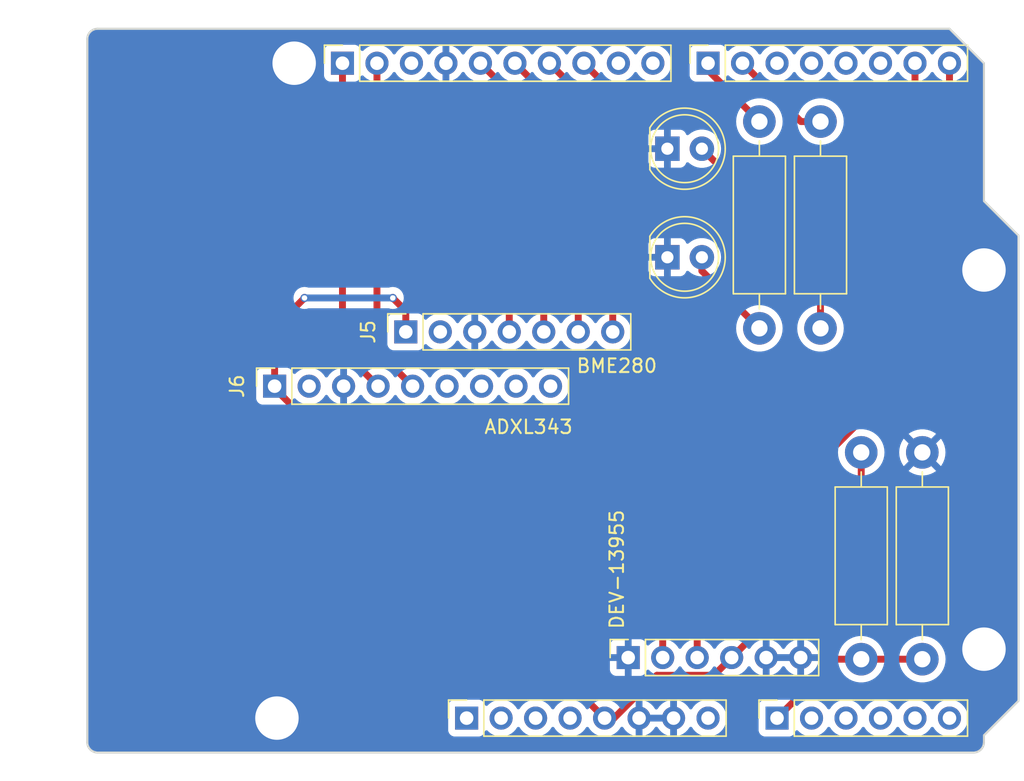
<source format=kicad_pcb>
(kicad_pcb (version 20240108) (generator "pcbnew") (generator_version "8.0")
  (title_block (date "mar. 31 mars 2015"))
  (layers (0 "F.Cu" signal) (31 "B.Cu" signal) (34 "B.Paste" user) (35 "F.Paste" user) (36 "B.SilkS" user "B.Silkscreen") (37 "F.SilkS" user "F.Silkscreen") (38 "B.Mask" user) (39 "F.Mask" user) (44 "Edge.Cuts" user))
  (net 0 "")
  (net 1 "GND")
  (net 3 "+5V")
  (net 4 "/IOREF")
  (net 5 "/A0")
  (net 6 "/A1")
  (net 7 "/A2")
  (net 8 "/A3")
  (net 11 "Net-(D1-A)")
  (net 12 "Net-(D2-A)")
  (net 13 "/AREF")
  (net 14 "/8")
  (net 15 "/SPI_SDI")
  (net 16 "/I2C_SCL")
  (net 17 "/SPI_SDO")
  (net 18 "/*9")
  (net 19 "/4")
  (net 20 "/2")
  (net 21 "/SPI_SCK")
  (net 22 "/*5")
  (net 23 "/TX{slash}1")
  (net 24 "/*3")
  (net 25 "/RX{slash}0")
  (net 26 "+3V3")
  (net 27 "VCC")
  (net 28 "/~{RESET}")
  (net 29 "/SPI_CS")
  (net 30 "/I2C_SDA")
  (net 31 "/RED_LED")
  (net 32 "/GREEN_LED")
  (footprint "Connector_PinSocket_2.54mm:PinSocket_1x08_P2.54mm_Vertical" (layer "F.Cu") (at 127.94 97.46 90)
    (property "Reference" "J1" (hide yes))
    (property "Value" "Power")
    (fp_line (start 1.33 -1.33) (end 1.33 0) (stroke (width 0.12)) (layer "F.SilkS"))
    (fp_line (start 0 -1.33) (end 1.33 -1.33) (stroke (width 0.12)) (layer "F.SilkS"))
    (fp_line (start 1.33 1.27) (end 1.33 19.11) (stroke (width 0.12)) (layer "F.SilkS"))
    (fp_line (start -1.33 1.27) (end 1.33 1.27) (stroke (width 0.12)) (layer "F.SilkS"))
    (fp_line (start -1.33 1.27) (end -1.33 19.11) (stroke (width 0.12)) (layer "F.SilkS"))
    (fp_line (start -1.33 19.11) (end 1.33 19.11) (stroke (width 0.12)) (layer "F.SilkS"))
    (pad "1" thru_hole rect (at 0 0 90) (size 1.7 1.7) (drill 1) (layers "*.Cu" "*.Mask"))
    (pad "2" thru_hole oval (at 0 2.54 90) (size 1.7 1.7) (drill 1) (layers "*.Cu" "*.Mask") (net 4 "/IOREF"))
    (pad "3" thru_hole oval (at 0 5.08 90) (size 1.7 1.7) (drill 1) (layers "*.Cu" "*.Mask") (net 28 "/~{RESET}"))
    (pad "4" thru_hole oval (at 0 7.62 90) (size 1.7 1.7) (drill 1) (layers "*.Cu" "*.Mask") (net 26 "+3V3"))
    (pad "5" thru_hole oval (at 0 10.16 90) (size 1.7 1.7) (drill 1) (layers "*.Cu" "*.Mask") (net 3 "+5V"))
    (pad "6" thru_hole oval (at 0 12.7 90) (size 1.7 1.7) (drill 1) (layers "*.Cu" "*.Mask") (net 1 "GND"))
    (pad "7" thru_hole oval (at 0 15.24 90) (size 1.7 1.7) (drill 1) (layers "*.Cu" "*.Mask") (net 1 "GND"))
    (pad "8" thru_hole oval (at 0 17.78 90) (size 1.7 1.7) (drill 1) (layers "*.Cu" "*.Mask") (net 27 "VCC"))
  )
  (footprint "Connector_PinSocket_2.54mm:PinSocket_1x06_P2.54mm_Vertical" (layer "F.Cu") (at 150.8 97.46 90)
    (property "Reference" "J3" (hide yes))
    (property "Value" "Analog")
    (fp_line (start 1.33 -1.33) (end 1.33 0) (stroke (width 0.12)) (layer "F.SilkS"))
    (fp_line (start 0 -1.33) (end 1.33 -1.33) (stroke (width 0.12)) (layer "F.SilkS"))
    (fp_line (start 1.33 1.27) (end 1.33 14.03) (stroke (width 0.12)) (layer "F.SilkS"))
    (fp_line (start -1.33 1.27) (end 1.33 1.27) (stroke (width 0.12)) (layer "F.SilkS"))
    (fp_line (start -1.33 1.27) (end -1.33 14.03) (stroke (width 0.12)) (layer "F.SilkS"))
    (fp_line (start -1.33 14.03) (end 1.33 14.03) (stroke (width 0.12)) (layer "F.SilkS"))
    (pad "1" thru_hole rect (at 0 0 90) (size 1.7 1.7) (drill 1) (layers "*.Cu" "*.Mask") (net 5 "/A0"))
    (pad "2" thru_hole oval (at 0 2.54 90) (size 1.7 1.7) (drill 1) (layers "*.Cu" "*.Mask") (net 6 "/A1"))
    (pad "3" thru_hole oval (at 0 5.08 90) (size 1.7 1.7) (drill 1) (layers "*.Cu" "*.Mask") (net 7 "/A2"))
    (pad "4" thru_hole oval (at 0 7.62 90) (size 1.7 1.7) (drill 1) (layers "*.Cu" "*.Mask") (net 8 "/A3"))
    (pad "5" thru_hole oval (at 0 10.16 90) (size 1.7 1.7) (drill 1) (layers "*.Cu" "*.Mask"))
    (pad "6" thru_hole oval (at 0 12.7 90) (size 1.7 1.7) (drill 1) (layers "*.Cu" "*.Mask"))
  )
  (footprint "Connector_PinSocket_2.54mm:PinSocket_1x10_P2.54mm_Vertical" (layer "F.Cu") (at 118.796 49.2 90)
    (property "Reference" "J2" (hide yes))
    (property "Value" "Digital/PWM")
    (fp_line (start 1.33 -1.33) (end 1.33 0) (stroke (width 0.12)) (layer "F.SilkS"))
    (fp_line (start 0 -1.33) (end 1.33 -1.33) (stroke (width 0.12)) (layer "F.SilkS"))
    (fp_line (start 1.33 1.27) (end 1.33 24.19) (stroke (width 0.12)) (layer "F.SilkS"))
    (fp_line (start -1.33 1.27) (end 1.33 1.27) (stroke (width 0.12)) (layer "F.SilkS"))
    (fp_line (start -1.33 1.27) (end -1.33 24.19) (stroke (width 0.12)) (layer "F.SilkS"))
    (fp_line (start -1.33 24.19) (end 1.33 24.19) (stroke (width 0.12)) (layer "F.SilkS"))
    (pad "1" thru_hole rect (at 0 0 90) (size 1.7 1.7) (drill 1) (layers "*.Cu" "*.Mask") (net 16 "/I2C_SCL"))
    (pad "2" thru_hole oval (at 0 2.54 90) (size 1.7 1.7) (drill 1) (layers "*.Cu" "*.Mask") (net 30 "/I2C_SDA"))
    (pad "3" thru_hole oval (at 0 5.08 90) (size 1.7 1.7) (drill 1) (layers "*.Cu" "*.Mask") (net 13 "/AREF"))
    (pad "4" thru_hole oval (at 0 7.62 90) (size 1.7 1.7) (drill 1) (layers "*.Cu" "*.Mask") (net 1 "GND"))
    (pad "5" thru_hole oval (at 0 10.16 90) (size 1.7 1.7) (drill 1) (layers "*.Cu" "*.Mask") (net 21 "/SPI_SCK"))
    (pad "6" thru_hole oval (at 0 12.7 90) (size 1.7 1.7) (drill 1) (layers "*.Cu" "*.Mask") (net 17 "/SPI_SDO"))
    (pad "7" thru_hole oval (at 0 15.24 90) (size 1.7 1.7) (drill 1) (layers "*.Cu" "*.Mask") (net 15 "/SPI_SDI"))
    (pad "8" thru_hole oval (at 0 17.78 90) (size 1.7 1.7) (drill 1) (layers "*.Cu" "*.Mask") (net 29 "/SPI_CS"))
    (pad "9" thru_hole oval (at 0 20.32 90) (size 1.7 1.7) (drill 1) (layers "*.Cu" "*.Mask") (net 18 "/*9"))
    (pad "10" thru_hole oval (at 0 22.86 90) (size 1.7 1.7) (drill 1) (layers "*.Cu" "*.Mask") (net 14 "/8"))
  )
  (footprint "Connector_PinSocket_2.54mm:PinSocket_1x08_P2.54mm_Vertical" (layer "F.Cu") (at 145.72 49.2 90)
    (property "Reference" "J4" (hide yes))
    (property "Value" "Digital/PWM")
    (fp_line (start 1.33 -1.33) (end 1.33 0) (stroke (width 0.12)) (layer "F.SilkS"))
    (fp_line (start 0 -1.33) (end 1.33 -1.33) (stroke (width 0.12)) (layer "F.SilkS"))
    (fp_line (start 1.33 1.27) (end 1.33 19.11) (stroke (width 0.12)) (layer "F.SilkS"))
    (fp_line (start -1.33 1.27) (end 1.33 1.27) (stroke (width 0.12)) (layer "F.SilkS"))
    (fp_line (start -1.33 1.27) (end -1.33 19.11) (stroke (width 0.12)) (layer "F.SilkS"))
    (fp_line (start -1.33 19.11) (end 1.33 19.11) (stroke (width 0.12)) (layer "F.SilkS"))
    (pad "1" thru_hole rect (at 0 0 90) (size 1.7 1.7) (drill 1) (layers "*.Cu" "*.Mask") (net 31 "/RED_LED"))
    (pad "2" thru_hole oval (at 0 2.54 90) (size 1.7 1.7) (drill 1) (layers "*.Cu" "*.Mask") (net 32 "/GREEN_LED"))
    (pad "3" thru_hole oval (at 0 5.08 90) (size 1.7 1.7) (drill 1) (layers "*.Cu" "*.Mask") (net 22 "/*5"))
    (pad "4" thru_hole oval (at 0 7.62 90) (size 1.7 1.7) (drill 1) (layers "*.Cu" "*.Mask") (net 19 "/4"))
    (pad "5" thru_hole oval (at 0 10.16 90) (size 1.7 1.7) (drill 1) (layers "*.Cu" "*.Mask") (net 24 "/*3"))
    (pad "6" thru_hole oval (at 0 12.7 90) (size 1.7 1.7) (drill 1) (layers "*.Cu" "*.Mask") (net 20 "/2"))
    (pad "7" thru_hole oval (at 0 15.24 90) (size 1.7 1.7) (drill 1) (layers "*.Cu" "*.Mask") (net 23 "/TX{slash}1"))
    (pad "8" thru_hole oval (at 0 17.78 90) (size 1.7 1.7) (drill 1) (layers "*.Cu" "*.Mask") (net 25 "/RX{slash}0"))
  )
  (footprint "Connector_PinSocket_2.54mm:PinSocket_1x09_P2.54mm_Vertical" (layer "F.Cu") (at 113.8 73 90)
    (property "Reference" "J6" (at 0 -2.77 90) (layer "F.SilkS"))
    (property "Value" "ADXL343" (at -3 18.7 180) (layer "F.SilkS"))
    (fp_line (start 1.33 -1.33) (end 1.33 0) (stroke (width 0.12)) (layer "F.SilkS"))
    (fp_line (start 0 -1.33) (end 1.33 -1.33) (stroke (width 0.12)) (layer "F.SilkS"))
    (fp_line (start 1.33 1.27) (end 1.33 21.65) (stroke (width 0.12)) (layer "F.SilkS"))
    (fp_line (start -1.33 1.27) (end 1.33 1.27) (stroke (width 0.12)) (layer "F.SilkS"))
    (fp_line (start -1.33 1.27) (end -1.33 21.65) (stroke (width 0.12)) (layer "F.SilkS"))
    (fp_line (start -1.33 21.65) (end 1.33 21.65) (stroke (width 0.12)) (layer "F.SilkS"))
    (pad "1" thru_hole rect (at 0 0 90) (size 1.7 1.7) (drill 1) (layers "*.Cu" "*.Mask") (net 3 "+5V"))
    (pad "2" thru_hole oval (at 0 2.54 90) (size 1.7 1.7) (drill 1) (layers "*.Cu" "*.Mask"))
    (pad "3" thru_hole oval (at 0 5.08 90) (size 1.7 1.7) (drill 1) (layers "*.Cu" "*.Mask") (net 1 "GND"))
    (pad "4" thru_hole oval (at 0 7.62 90) (size 1.7 1.7) (drill 1) (layers "*.Cu" "*.Mask") (net 16 "/I2C_SCL"))
    (pad "5" thru_hole oval (at 0 10.16 90) (size 1.7 1.7) (drill 1) (layers "*.Cu" "*.Mask") (net 30 "/I2C_SDA"))
    (pad "6" thru_hole oval (at 0 12.7 90) (size 1.7 1.7) (drill 1) (layers "*.Cu" "*.Mask"))
    (pad "7" thru_hole oval (at 0 15.24 90) (size 1.7 1.7) (drill 1) (layers "*.Cu" "*.Mask"))
    (pad "8" thru_hole oval (at 0 17.78 90) (size 1.7 1.7) (drill 1) (layers "*.Cu" "*.Mask"))
    (pad "9" thru_hole oval (at 0 20.32 90) (size 1.7 1.7) (drill 1) (layers "*.Cu" "*.Mask"))
  )
  (footprint "LED_THT:LED_D5.0mm" (layer "F.Cu") (at 142.725 55.5)
    (property "Reference" "D2" (hide yes))
    (property "Value" "GREEN_LED" (hide yes))
    (fp_line (start -1.29 -1.545) (end -1.29 1.545) (stroke (width 0.12)) (layer "F.SilkS"))
    (fp_arc (start -1.29 -1.54483) (mid 2.071756 -2.880501) (end 4.26 -0.000048) (stroke (width 0.12)) (layer "F.SilkS"))
    (fp_arc (start 4.26 0.000048) (mid 2.071756 2.880501) (end -1.29 1.54483) (stroke (width 0.12)) (layer "F.SilkS"))
    (fp_circle (center 1.27 0) (end 3.77 0) (stroke (width 0.12)) (fill none) (layer "F.SilkS"))
    (pad "1" thru_hole rect (at 0 0) (size 1.8 1.8) (drill 0.9) (layers "*.Cu" "*.Mask") (net 1 "GND"))
    (pad "2" thru_hole circle (at 2.54 0) (size 1.8 1.8) (drill 0.9) (layers "*.Cu" "*.Mask") (net 12 "Net-(D2-A)"))
  )
  (footprint "Connector_PinSocket_2.54mm:PinSocket_1x06_P2.54mm_Vertical" (layer "F.Cu") (at 139.84 93 90)
    (property "Reference" "J7" (hide yes))
    (property "Value" "DEV-13955" (at 6.5 -0.84 90) (layer "F.SilkS"))
    (fp_line (start 1.33 -1.33) (end 1.33 0) (stroke (width 0.12)) (layer "F.SilkS"))
    (fp_line (start 0 -1.33) (end 1.33 -1.33) (stroke (width 0.12)) (layer "F.SilkS"))
    (fp_line (start 1.33 1.27) (end 1.33 14.03) (stroke (width 0.12)) (layer "F.SilkS"))
    (fp_line (start -1.33 1.27) (end 1.33 1.27) (stroke (width 0.12)) (layer "F.SilkS"))
    (fp_line (start -1.33 1.27) (end -1.33 14.03) (stroke (width 0.12)) (layer "F.SilkS"))
    (fp_line (start -1.33 14.03) (end 1.33 14.03) (stroke (width 0.12)) (layer "F.SilkS"))
    (pad "1" thru_hole rect (at 0 0 90) (size 1.7 1.7) (drill 1) (layers "*.Cu" "*.Mask") (net 1 "GND"))
    (pad "2" thru_hole oval (at 0 2.54 90) (size 1.7 1.7) (drill 1) (layers "*.Cu" "*.Mask") (net 23 "/TX{slash}1"))
    (pad "3" thru_hole oval (at 0 5.08 90) (size 1.7 1.7) (drill 1) (layers "*.Cu" "*.Mask") (net 25 "/RX{slash}0"))
    (pad "4" thru_hole oval (at 0 7.62 90) (size 1.7 1.7) (drill 1) (layers "*.Cu" "*.Mask") (net 3 "+5V"))
    (pad "5" thru_hole oval (at 0 10.16 90) (size 1.7 1.7) (drill 1) (layers "*.Cu" "*.Mask") (net 1 "GND"))
    (pad "6" thru_hole oval (at 0 12.7 90) (size 1.7 1.7) (drill 1) (layers "*.Cu" "*.Mask") (net 1 "GND"))
  )
  (footprint "Resistor_THT:R_Axial_DIN0411_L9.9mm_D3.6mm_P15.24mm_Horizontal" (layer "F.Cu") (at 149.5 68.74 90)
    (property "Reference" "R2" (hide yes))
    (property "Value" "1K" (hide yes))
    (fp_line (start 12.69 -1.92) (end 2.55 -1.92) (stroke (width 0.12)) (layer "F.SilkS"))
    (fp_line (start 2.55 -1.92) (end 2.55 1.92) (stroke (width 0.12)) (layer "F.SilkS"))
    (fp_line (start 13.8 0) (end 12.69 0) (stroke (width 0.12)) (layer "F.SilkS"))
    (fp_line (start 1.44 0) (end 2.55 0) (stroke (width 0.12)) (layer "F.SilkS"))
    (fp_line (start 12.69 1.92) (end 12.69 -1.92) (stroke (width 0.12)) (layer "F.SilkS"))
    (fp_line (start 2.55 1.92) (end 12.69 1.92) (stroke (width 0.12)) (layer "F.SilkS"))
    (pad "1" thru_hole circle (at 0 0 90) (size 2.4 2.4) (drill 1.2) (layers "*.Cu" "*.Mask") (net 11 "Net-(D1-A)"))
    (pad "2" thru_hole oval (at 15.24 0 90) (size 2.4 2.4) (drill 1.2) (layers "*.Cu" "*.Mask") (net 31 "/RED_LED"))
  )
  (footprint "Resistor_THT:R_Axial_DIN0411_L9.9mm_D3.6mm_P15.24mm_Horizontal" (layer "F.Cu") (at 154 68.74 90)
    (property "Reference" "R3" (hide yes))
    (property "Value" "1K" (hide yes))
    (fp_line (start 12.69 -1.92) (end 2.55 -1.92) (stroke (width 0.12)) (layer "F.SilkS"))
    (fp_line (start 2.55 -1.92) (end 2.55 1.92) (stroke (width 0.12)) (layer "F.SilkS"))
    (fp_line (start 13.8 0) (end 12.69 0) (stroke (width 0.12)) (layer "F.SilkS"))
    (fp_line (start 1.44 0) (end 2.55 0) (stroke (width 0.12)) (layer "F.SilkS"))
    (fp_line (start 12.69 1.92) (end 12.69 -1.92) (stroke (width 0.12)) (layer "F.SilkS"))
    (fp_line (start 2.55 1.92) (end 12.69 1.92) (stroke (width 0.12)) (layer "F.SilkS"))
    (pad "1" thru_hole circle (at 0 0 90) (size 2.4 2.4) (drill 1.2) (layers "*.Cu" "*.Mask") (net 12 "Net-(D2-A)"))
    (pad "2" thru_hole oval (at 15.24 0 90) (size 2.4 2.4) (drill 1.2) (layers "*.Cu" "*.Mask") (net 32 "/GREEN_LED"))
  )
  (footprint "Arduino_MountingHole:MountingHole_3.2mm" (layer "F.Cu") (at 115.24 49.2)
    (property "Reference" "MH1" (hide yes))
    (property "Value" "MountingHole_3.2mm" (hide yes))
    (pad "" np_thru_hole circle (at 0 0) (size 3.2 3.2) (drill 3.2) (layers "*.Cu" "*.Mask"))
  )
  (footprint "LED_THT:LED_D5.0mm" (layer "F.Cu") (at 142.725 63.5)
    (property "Reference" "D1" (hide yes))
    (property "Value" "RED_LED" (hide yes))
    (fp_line (start -1.29 -1.545) (end -1.29 1.545) (stroke (width 0.12)) (layer "F.SilkS"))
    (fp_arc (start -1.29 -1.54483) (mid 2.071756 -2.880501) (end 4.26 -0.000048) (stroke (width 0.12)) (layer "F.SilkS"))
    (fp_arc (start 4.26 0.000048) (mid 2.071756 2.880501) (end -1.29 1.54483) (stroke (width 0.12)) (layer "F.SilkS"))
    (fp_circle (center 1.27 0) (end 3.77 0) (stroke (width 0.12)) (fill none) (layer "F.SilkS"))
    (pad "1" thru_hole rect (at 0 0) (size 1.8 1.8) (drill 0.9) (layers "*.Cu" "*.Mask") (net 1 "GND"))
    (pad "2" thru_hole circle (at 2.54 0) (size 1.8 1.8) (drill 0.9) (layers "*.Cu" "*.Mask") (net 11 "Net-(D1-A)"))
  )
  (footprint "Connector_PinSocket_2.54mm:PinSocket_1x07_P2.54mm_Vertical" (layer "F.Cu") (at 123.46 69 90)
    (property "Reference" "J5" (at 0 -2.77 90) (layer "F.SilkS"))
    (property "Value" "BME280" (at -2.5 15.54 180) (layer "F.SilkS"))
    (fp_line (start 1.33 -1.33) (end 1.33 0) (stroke (width 0.12)) (layer "F.SilkS"))
    (fp_line (start 0 -1.33) (end 1.33 -1.33) (stroke (width 0.12)) (layer "F.SilkS"))
    (fp_line (start 1.33 1.27) (end 1.33 16.57) (stroke (width 0.12)) (layer "F.SilkS"))
    (fp_line (start -1.33 1.27) (end 1.33 1.27) (stroke (width 0.12)) (layer "F.SilkS"))
    (fp_line (start -1.33 1.27) (end -1.33 16.57) (stroke (width 0.12)) (layer "F.SilkS"))
    (fp_line (start -1.33 16.57) (end 1.33 16.57) (stroke (width 0.12)) (layer "F.SilkS"))
    (pad "1" thru_hole rect (at 0 0 90) (size 1.7 1.7) (drill 1) (layers "*.Cu" "*.Mask") (net 3 "+5V"))
    (pad "2" thru_hole oval (at 0 2.54 90) (size 1.7 1.7) (drill 1) (layers "*.Cu" "*.Mask"))
    (pad "3" thru_hole oval (at 0 5.08 90) (size 1.7 1.7) (drill 1) (layers "*.Cu" "*.Mask") (net 1 "GND"))
    (pad "4" thru_hole oval (at 0 7.62 90) (size 1.7 1.7) (drill 1) (layers "*.Cu" "*.Mask") (net 21 "/SPI_SCK"))
    (pad "5" thru_hole oval (at 0 10.16 90) (size 1.7 1.7) (drill 1) (layers "*.Cu" "*.Mask") (net 17 "/SPI_SDO"))
    (pad "6" thru_hole oval (at 0 12.7 90) (size 1.7 1.7) (drill 1) (layers "*.Cu" "*.Mask") (net 15 "/SPI_SDI"))
    (pad "7" thru_hole oval (at 0 15.24 90) (size 1.7 1.7) (drill 1) (layers "*.Cu" "*.Mask") (net 29 "/SPI_CS"))
  )
  (footprint "Arduino_MountingHole:MountingHole_3.2mm" (layer "F.Cu") (at 113.97 97.46)
    (property "Reference" "MH2" (hide yes))
    (property "Value" "MountingHole_3.2mm" (hide yes))
    (pad "" np_thru_hole circle (at 0 0) (size 3.2 3.2) (drill 3.2) (layers "*.Cu" "*.Mask"))
  )
  (footprint "Resistor_THT:R_Axial_DIN0411_L9.9mm_D3.6mm_P15.24mm_Horizontal" (layer "F.Cu") (at 157 77.88 -90)
    (property "Reference" "NXRT15XH103FA1B030" (hide yes))
    (property "Value" "TH1")
    (fp_line (start 2.55 1.92) (end 12.69 1.92) (stroke (width 0.12)) (layer "F.SilkS"))
    (fp_line (start 12.69 1.92) (end 12.69 -1.92) (stroke (width 0.12)) (layer "F.SilkS"))
    (fp_line (start 1.44 0) (end 2.55 0) (stroke (width 0.12)) (layer "F.SilkS"))
    (fp_line (start 13.8 0) (end 12.69 0) (stroke (width 0.12)) (layer "F.SilkS"))
    (fp_line (start 2.55 -1.92) (end 2.55 1.92) (stroke (width 0.12)) (layer "F.SilkS"))
    (fp_line (start 12.69 -1.92) (end 2.55 -1.92) (stroke (width 0.12)) (layer "F.SilkS"))
    (pad "1" thru_hole circle (at 0 0 270) (size 2.4 2.4) (drill 1.2) (layers "*.Cu" "*.Mask") (net 3 "+5V"))
    (pad "2" thru_hole oval (at 15.24 0 270) (size 2.4 2.4) (drill 1.2) (layers "*.Cu" "*.Mask") (net 5 "/A0"))
  )
  (footprint "Arduino_MountingHole:MountingHole_3.2mm" (layer "F.Cu") (at 166.04 64.44)
    (property "Reference" "MH3" (hide yes))
    (property "Value" "MountingHole_3.2mm" (hide yes))
    (pad "" np_thru_hole circle (at 0 0) (size 3.2 3.2) (drill 3.2) (layers "*.Cu" "*.Mask"))
  )
  (footprint "Resistor_THT:R_Axial_DIN0411_L9.9mm_D3.6mm_P15.24mm_Horizontal" (layer "F.Cu") (at 161.5 77.88 -90)
    (property "Reference" "R1" (hide yes))
    (property "Value" "10k" (hide yes))
    (fp_line (start 2.55 1.92) (end 12.69 1.92) (stroke (width 0.12)) (layer "F.SilkS"))
    (fp_line (start 12.69 1.92) (end 12.69 -1.92) (stroke (width 0.12)) (layer "F.SilkS"))
    (fp_line (start 1.44 0) (end 2.55 0) (stroke (width 0.12)) (layer "F.SilkS"))
    (fp_line (start 13.8 0) (end 12.69 0) (stroke (width 0.12)) (layer "F.SilkS"))
    (fp_line (start 2.55 -1.92) (end 2.55 1.92) (stroke (width 0.12)) (layer "F.SilkS"))
    (fp_line (start 12.69 -1.92) (end 2.55 -1.92) (stroke (width 0.12)) (layer "F.SilkS"))
    (pad "1" thru_hole circle (at 0 0 270) (size 2.4 2.4) (drill 1.2) (layers "*.Cu" "*.Mask") (net 1 "GND"))
    (pad "2" thru_hole oval (at 15.24 0 270) (size 2.4 2.4) (drill 1.2) (layers "*.Cu" "*.Mask") (net 5 "/A0"))
  )
  (footprint "Arduino_MountingHole:MountingHole_3.2mm" (layer "F.Cu") (at 166.04 92.38)
    (property "Reference" "MH4" (hide yes))
    (property "Value" "MountingHole_3.2mm" (hide yes))
    (pad "" np_thru_hole circle (at 0 0) (size 3.2 3.2) (drill 3.2) (layers "*.Cu" "*.Mask"))
  )
  (gr_line (start 166.04 59.36) (end 168.58 61.9) (stroke (width 0.15)) (layer "Edge.Cuts"))
  (gr_line (start 100 99.238) (end 100 47.422) (stroke (width 0.15)) (layer "Edge.Cuts"))
  (gr_line (start 168.58 61.9) (end 168.58 96.19) (stroke (width 0.15)) (layer "Edge.Cuts"))
  (gr_line (start 165.278 100) (end 100.762 100) (stroke (width 0.15)) (layer "Edge.Cuts"))
  (gr_line (start 100.762 46.66) (end 163.5 46.66) (stroke (width 0.15)) (layer "Edge.Cuts"))
  (gr_arc (start 100.762 100) (mid 100.223185 99.776815) (end 100 99.238) (stroke (width 0.15)) (layer "Edge.Cuts"))
  (gr_line (start 168.58 96.19) (end 166.04 98.73) (stroke (width 0.15)) (layer "Edge.Cuts"))
  (gr_line (start 163.5 46.66) (end 166.04 49.2) (stroke (width 0.15)) (layer "Edge.Cuts"))
  (gr_arc (start 166.04 99.238) (mid 165.816815 99.776815) (end 165.278 100) (stroke (width 0.15)) (layer "Edge.Cuts"))
  (gr_line (start 166.04 49.2) (end 166.04 59.36) (stroke (width 0.15)) (layer "Edge.Cuts"))
  (gr_line (start 166.04 98.73) (end 166.04 99.238) (stroke (width 0.15)) (layer "Edge.Cuts"))
  (gr_arc (start 100 47.422) (mid 100.223185 46.883185) (end 100.762 46.66) (stroke (width 0.15)) (layer "Edge.Cuts"))
  (segment (start 113.8 73) (end 113.8 73.16) (width 0.508) (layer "F.Cu") (net 3))
  (segment (start 113.8 68.7) (end 116 66.5) (width 0.508) (layer "F.Cu") (net 3))
  (segment (start 113.8 73) (end 113.8 68.7) (width 0.508) (layer "F.Cu") (net 3))
  (segment (start 157 83.46) (end 147.46 93) (width 0.508) (layer "F.Cu") (net 3))
  (segment (start 123.46 67.46) (end 122.5 66.5) (width 0.508) (layer "F.Cu") (net 3))
  (segment (start 157 77.88) (end 157 83.46) (width 0.508) (layer "F.Cu") (net 3))
  (segment (start 123.46 69) (end 123.46 67.46) (width 0.508) (layer "F.Cu") (net 3))
  (segment (start 113.8 73.16) (end 138.1 97.46) (width 0.508) (layer "F.Cu") (net 3))
  (segment (start 138.795865 97.46) (end 141.951865 94.304) (width 0.508) (layer "F.Cu") (net 3))
  (segment (start 141.951865 94.304) (end 146.156 94.304) (width 0.508) (layer "F.Cu") (net 3))
  (segment (start 138.1 97.46) (end 138.795865 97.46) (width 0.508) (layer "F.Cu") (net 3))
  (segment (start 146.156 94.304) (end 147.46 93) (width 0.508) (layer "F.Cu") (net 3))
  (via (at 116 66.5) (size 0.6) (drill 0.4) (layers "F.Cu" "B.Cu") (net 3))
  (via (at 122.5 66.5) (size 0.6) (drill 0.4) (layers "F.Cu" "B.Cu") (net 3))
  (segment (start 116 66.5) (end 122.5 66.5) (width 0.508) (layer "B.Cu") (net 3))
  (segment (start 157 93.12) (end 155.14 93.12) (width 0.508) (layer "F.Cu") (net 5))
  (segment (start 155.14 93.12) (end 150.8 97.46) (width 0.508) (layer "F.Cu") (net 5))
  (segment (start 157 93.12) (end 161.5 93.12) (width 0.508) (layer "F.Cu") (net 5))
  (segment (start 149.5 68.74) (end 145.265 64.505) (width 0.508) (layer "F.Cu") (net 11))
  (segment (start 145.265 64.505) (end 145.265 63.5) (width 0.508) (layer "F.Cu") (net 11))
  (segment (start 154 64.235) (end 145.265 55.5) (width 0.508) (layer "F.Cu") (net 12))
  (segment (start 154 68.74) (end 154 64.235) (width 0.508) (layer "F.Cu") (net 12))
  (segment (start 136.16 51.324) (end 134.036 49.2) (width 0.508) (layer "F.Cu") (net 15))
  (segment (start 136.16 69) (end 136.16 51.324) (width 0.508) (layer "F.Cu") (net 15))
  (segment (start 118.796 70.376) (end 118.796 49.2) (width 0.508) (layer "F.Cu") (net 16))
  (segment (start 121.42 73) (end 118.796 70.376) (width 0.508) (layer "F.Cu") (net 16))
  (segment (start 133.62 51.324) (end 131.496 49.2) (width 0.508) (layer "F.Cu") (net 17))
  (segment (start 133.62 69) (end 133.62 51.324) (width 0.508) (layer "F.Cu") (net 17))
  (segment (start 131.08 69) (end 131.08 51.324) (width 0.508) (layer "F.Cu") (net 21))
  (segment (start 131.08 51.324) (end 128.956 49.2) (width 0.508) (layer "F.Cu") (net 21))
  (segment (start 160.96 49.2) (end 160.96 67.96) (width 0.508) (layer "F.Cu") (net 23))
  (segment (start 142.38 86.62) (end 142.38 93) (width 0.508) (layer "F.Cu") (net 23))
  (segment (start 160.96 67.96) (end 161 68) (width 0.508) (layer "F.Cu") (net 23))
  (segment (start 161 68) (end 142.38 86.62) (width 0.508) (layer "F.Cu") (net 23))
  (segment (start 144.92 93) (end 144.92 87.58) (width 0.508) (layer "F.Cu") (net 25))
  (segment (start 163.5 69) (end 163.5 49.2) (width 0.508) (layer "F.Cu") (net 25))
  (segment (start 144.92 87.58) (end 163.5 69) (width 0.508) (layer "F.Cu") (net 25))
  (segment (start 138.7 51.324) (end 136.576 49.2) (width 0.508) (layer "F.Cu") (net 29))
  (segment (start 138.7 69) (end 138.7 51.324) (width 0.508) (layer "F.Cu") (net 29))
  (segment (start 121.336 70.376) (end 121.336 49.2) (width 0.508) (layer "F.Cu") (net 30))
  (segment (start 123.96 73) (end 121.336 70.376) (width 0.508) (layer "F.Cu") (net 30))
  (segment (start 145.72 49.72) (end 145.72 49.2) (width 0.508) (layer "F.Cu") (net 31))
  (segment (start 145.448 49.472) (end 145.72 49.2) (width 0.508) (layer "F.Cu") (net 31))
  (segment (start 149.5 53.5) (end 145.72 49.72) (width 0.508) (layer "F.Cu") (net 31))
  (segment (start 152.56 53.5) (end 148.26 49.2) (width 0.508) (layer "F.Cu") (net 32))
  (segment (start 154 53.5) (end 152.56 53.5) (width 0.508) (layer "F.Cu") (net 32))
  (zone (net 1) (net_name "GND") (layer "B.Cu") (connect_pads (clearance 0.508)) (min_thickness 0.25) (fill yes (thermal_gap 0.5) (thermal_bridge_width 0.5))
    (polygon (pts (xy 100 46.5) (xy 169 46.5) (xy 169 101) (xy 99.5 100.5)))
  )
)
</source>
